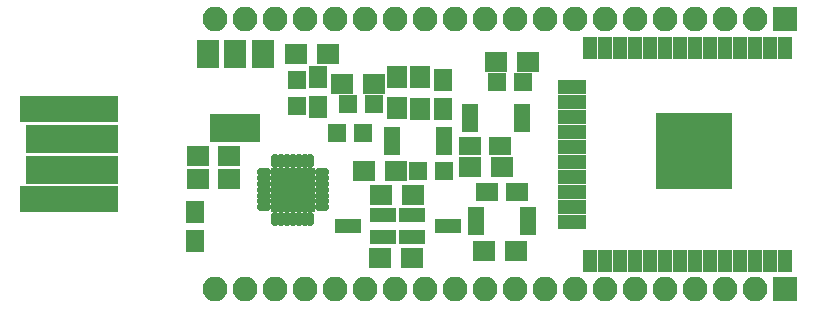
<source format=gbr>
G04 #@! TF.FileFunction,Soldermask,Top*
%FSLAX46Y46*%
G04 Gerber Fmt 4.6, Leading zero omitted, Abs format (unit mm)*
G04 Created by KiCad (PCBNEW 4.0.4-stable) date 02/18/17 15:09:56*
%MOMM*%
%LPD*%
G01*
G04 APERTURE LIST*
%ADD10C,0.100000*%
%ADD11R,2.300000X1.200000*%
%ADD12R,1.400000X2.400000*%
%ADD13O,1.250000X0.700000*%
%ADD14O,0.700000X1.250000*%
%ADD15R,2.075000X2.075000*%
%ADD16R,1.650000X1.900000*%
%ADD17R,1.900000X1.650000*%
%ADD18R,1.600000X1.600000*%
%ADD19R,2.100000X2.100000*%
%ADD20O,2.100000X2.100000*%
%ADD21R,1.900000X1.700000*%
%ADD22R,1.700000X1.900000*%
%ADD23R,8.400000X2.300000*%
%ADD24R,7.900000X2.400000*%
%ADD25R,4.200000X2.400000*%
%ADD26R,1.900000X2.400000*%
%ADD27R,1.300000X1.900000*%
%ADD28R,2.400000X1.300000*%
%ADD29R,6.400000X6.400000*%
G04 APERTURE END LIST*
D10*
D11*
X129500000Y-107050000D03*
X129500000Y-105150000D03*
X126500000Y-106100000D03*
D12*
X130220000Y-98860000D03*
X134620000Y-98860000D03*
D13*
X119390000Y-101500000D03*
X119390000Y-102000000D03*
X119390000Y-102500000D03*
X119390000Y-103000000D03*
X119390000Y-103500000D03*
X119390000Y-104000000D03*
X119390000Y-104500000D03*
D14*
X120340000Y-105450000D03*
X120840000Y-105450000D03*
X121340000Y-105450000D03*
X121840000Y-105450000D03*
X122340000Y-105450000D03*
X122840000Y-105450000D03*
X123340000Y-105450000D03*
D13*
X124290000Y-104500000D03*
X124290000Y-104000000D03*
X124290000Y-103500000D03*
X124290000Y-103000000D03*
X124290000Y-102500000D03*
X124290000Y-102000000D03*
X124290000Y-101500000D03*
D14*
X123340000Y-100550000D03*
X122840000Y-100550000D03*
X122340000Y-100550000D03*
X121840000Y-100550000D03*
X121340000Y-100550000D03*
X120840000Y-100550000D03*
X120340000Y-100550000D03*
D15*
X122677500Y-103837500D03*
X122677500Y-102162500D03*
X121002500Y-103837500D03*
X121002500Y-102162500D03*
D16*
X124000000Y-95960000D03*
X124000000Y-93460000D03*
X113600000Y-104880000D03*
X113600000Y-107380000D03*
D17*
X139380000Y-99330000D03*
X136880000Y-99330000D03*
D16*
X134590000Y-96180000D03*
X134590000Y-93680000D03*
D18*
X122210000Y-95940000D03*
X122210000Y-93740000D03*
X128750000Y-95710000D03*
X126550000Y-95710000D03*
X127770000Y-98200000D03*
X125570000Y-98200000D03*
X139100000Y-93900000D03*
X141300000Y-93900000D03*
X134610000Y-101420000D03*
X132410000Y-101420000D03*
D19*
X163490000Y-88570000D03*
D20*
X160950000Y-88570000D03*
X158410000Y-88570000D03*
X155870000Y-88570000D03*
X153330000Y-88570000D03*
X150790000Y-88570000D03*
X148250000Y-88570000D03*
X145710000Y-88570000D03*
X143170000Y-88570000D03*
X140630000Y-88570000D03*
X138090000Y-88570000D03*
X135550000Y-88570000D03*
X133010000Y-88570000D03*
X130470000Y-88570000D03*
X127930000Y-88570000D03*
X125390000Y-88570000D03*
X122850000Y-88570000D03*
X120310000Y-88570000D03*
X117770000Y-88570000D03*
X115230000Y-88570000D03*
D19*
X163490000Y-111430000D03*
D20*
X160950000Y-111430000D03*
X158410000Y-111430000D03*
X155870000Y-111430000D03*
X153330000Y-111430000D03*
X150790000Y-111430000D03*
X148250000Y-111430000D03*
X145710000Y-111430000D03*
X143170000Y-111430000D03*
X140630000Y-111430000D03*
X138090000Y-111430000D03*
X135550000Y-111430000D03*
X133010000Y-111430000D03*
X130470000Y-111430000D03*
X127930000Y-111430000D03*
X125390000Y-111430000D03*
X122850000Y-111430000D03*
X120310000Y-111430000D03*
X117770000Y-111430000D03*
X115230000Y-111430000D03*
D11*
X131970000Y-105130000D03*
X131970000Y-107030000D03*
X134970000Y-106080000D03*
D21*
X129330000Y-103430000D03*
X132030000Y-103430000D03*
X131960000Y-108770000D03*
X129260000Y-108770000D03*
X116480000Y-100170000D03*
X113780000Y-100170000D03*
X122140000Y-91550000D03*
X124840000Y-91550000D03*
X116480000Y-102110000D03*
X113780000Y-102110000D03*
X141750000Y-92200000D03*
X139050000Y-92200000D03*
X126050000Y-94040000D03*
X128750000Y-94040000D03*
D22*
X130630000Y-93420000D03*
X130630000Y-96120000D03*
D21*
X130560000Y-101420000D03*
X127860000Y-101420000D03*
X139550000Y-101120000D03*
X136850000Y-101120000D03*
X138055000Y-108185000D03*
X140755000Y-108185000D03*
D22*
X132640000Y-93490000D03*
X132640000Y-96190000D03*
D23*
X102900000Y-103810000D03*
X102900000Y-96190000D03*
D24*
X103150000Y-98700000D03*
X103150000Y-101300000D03*
D25*
X116980000Y-97820000D03*
D26*
X116980000Y-91520000D03*
X114680000Y-91520000D03*
X119280000Y-91520000D03*
D17*
X140795000Y-103165000D03*
X138295000Y-103165000D03*
D12*
X136880000Y-96970000D03*
X141280000Y-96970000D03*
X137347000Y-105659000D03*
X141747000Y-105659000D03*
D27*
X163490000Y-109000000D03*
X162220000Y-109000000D03*
X160950000Y-109000000D03*
X159680000Y-109000000D03*
X158410000Y-109000000D03*
X157140000Y-109000000D03*
X155870000Y-109000000D03*
X154600000Y-109000000D03*
X153330000Y-109000000D03*
X152060000Y-109000000D03*
X150790000Y-109000000D03*
X149520000Y-109000000D03*
X148250000Y-109000000D03*
X146980000Y-109000000D03*
D28*
X145490000Y-105715000D03*
X145490000Y-104445000D03*
X145490000Y-103175000D03*
X145490000Y-101905000D03*
X145490000Y-100635000D03*
X145490000Y-99365000D03*
X145490000Y-98095000D03*
X145490000Y-96825000D03*
X145490000Y-95555000D03*
X145490000Y-94285000D03*
D27*
X146980000Y-91000000D03*
X148250000Y-91000000D03*
X149520000Y-91000000D03*
X150790000Y-91000000D03*
X152060000Y-91000000D03*
X153330000Y-91000000D03*
X154600000Y-91000000D03*
X155870000Y-91000000D03*
X157140000Y-91000000D03*
X158410000Y-91000000D03*
X159680000Y-91000000D03*
X160950000Y-91000000D03*
X162220000Y-91000000D03*
X163490000Y-91000000D03*
D29*
X155790000Y-99700000D03*
M02*

</source>
